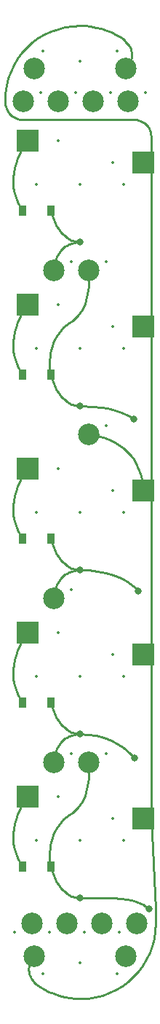
<source format=gtl>
%TF.GenerationSoftware,KiCad,Pcbnew,5.0.0+dfsg1-2*%
%TF.CreationDate,2019-02-10T19:22:37+01:00*%
%TF.ProjectId,yatara-puno-mx-5,7961746172612D70756E6F2D6D782D35,0.2*%
%TF.SameCoordinates,Original*%
%TF.FileFunction,Copper,L1,Top,Signal*%
%TF.FilePolarity,Positive*%
%FSLAX46Y46*%
G04 Gerber Fmt 4.6, Leading zero omitted, Abs format (unit mm)*
G04 Created by KiCad (PCBNEW 5.0.0+dfsg1-2) date Sun Feb 10 19:22:37 2019*
%MOMM*%
%LPD*%
G01*
G04 APERTURE LIST*
%ADD10R,0.900000X1.200000*%
%ADD11C,2.500000*%
%ADD12R,2.550000X2.500000*%
%ADD13C,0.800000*%
%ADD14C,0.250000*%
%ADD15C,0.350000*%
G04 APERTURE END LIST*
D10*
X67270000Y-46098000D03*
X70570000Y-46098000D03*
X67270000Y-65148000D03*
X70570000Y-65148000D03*
X67270000Y-84198000D03*
X70570000Y-84198000D03*
X67270000Y-103248000D03*
X70570000Y-103248000D03*
X67270000Y-122298000D03*
X70570000Y-122298000D03*
D11*
X71460000Y-33398000D03*
X67396000Y-33398000D03*
X79588000Y-33398000D03*
X75524000Y-33398000D03*
X70952000Y-110233000D03*
X79334000Y-132712000D03*
X75016000Y-110233000D03*
X68666000Y-29588000D03*
D12*
X67910000Y-114170000D03*
X81360000Y-116710000D03*
X81360000Y-40510000D03*
X67910000Y-37970000D03*
X67910000Y-95120000D03*
X81360000Y-97660000D03*
X81360000Y-78610000D03*
X67910000Y-76070000D03*
X67910000Y-57020000D03*
X81360000Y-59560000D03*
D11*
X80602000Y-128902000D03*
X76538000Y-128902000D03*
X72476000Y-128902000D03*
X68410000Y-128902000D03*
X79334000Y-29588000D03*
X68664000Y-132712000D03*
X75016000Y-72133000D03*
X70952000Y-53083000D03*
X75016000Y-53083000D03*
X70952000Y-91183000D03*
D13*
X82001000Y-127251000D03*
X74000000Y-125981000D03*
X74000000Y-49781000D03*
X74000000Y-68831000D03*
X80223000Y-70355000D03*
X74000000Y-106931000D03*
X80350000Y-109725000D03*
X80763000Y-90345000D03*
X74000000Y-87881000D03*
D14*
X67524000Y-38459000D02*
X67904000Y-37970000D01*
X67194000Y-38970000D02*
X67524000Y-38459000D01*
X66913000Y-39500000D02*
X67194000Y-38970000D01*
X66680000Y-40044000D02*
X66913000Y-39500000D01*
X66493000Y-40597000D02*
X66680000Y-40044000D01*
X66352000Y-41156000D02*
X66493000Y-40597000D01*
X66257000Y-41715000D02*
X66352000Y-41156000D01*
X66205000Y-42272000D02*
X66257000Y-41715000D01*
X66197000Y-42821000D02*
X66205000Y-42272000D01*
X66231000Y-43359000D02*
X66197000Y-42821000D01*
X66306000Y-43880000D02*
X66231000Y-43359000D01*
X66422000Y-44382000D02*
X66306000Y-43880000D01*
X66577000Y-44858000D02*
X66422000Y-44382000D01*
X66770000Y-45306000D02*
X66577000Y-44858000D01*
X67001000Y-45721000D02*
X66770000Y-45306000D01*
X67269000Y-46098000D02*
X67001000Y-45721000D01*
X67524000Y-57509000D02*
X67904000Y-57020000D01*
X67194000Y-58020000D02*
X67524000Y-57509000D01*
X66913000Y-58550000D02*
X67194000Y-58020000D01*
X66680000Y-59094000D02*
X66913000Y-58550000D01*
X66493000Y-59647000D02*
X66680000Y-59094000D01*
X66352000Y-60206000D02*
X66493000Y-59647000D01*
X66257000Y-60765000D02*
X66352000Y-60206000D01*
X66205000Y-61322000D02*
X66257000Y-60765000D01*
X66197000Y-61871000D02*
X66205000Y-61322000D01*
X66231000Y-62409000D02*
X66197000Y-61871000D01*
X66306000Y-62930000D02*
X66231000Y-62409000D01*
X66422000Y-63432000D02*
X66306000Y-62930000D01*
X66577000Y-63908000D02*
X66422000Y-63432000D01*
X66770000Y-64356000D02*
X66577000Y-63908000D01*
X67001000Y-64771000D02*
X66770000Y-64356000D01*
X67269000Y-65148000D02*
X67001000Y-64771000D01*
X67524000Y-76559000D02*
X67904000Y-76070000D01*
X67194000Y-77070000D02*
X67524000Y-76559000D01*
X66913000Y-77600000D02*
X67194000Y-77070000D01*
X66680000Y-78144000D02*
X66913000Y-77600000D01*
X66493000Y-78697000D02*
X66680000Y-78144000D01*
X66352000Y-79256000D02*
X66493000Y-78697000D01*
X66257000Y-79815000D02*
X66352000Y-79256000D01*
X66205000Y-80372000D02*
X66257000Y-79815000D01*
X66197000Y-80921000D02*
X66205000Y-80372000D01*
X66231000Y-81459000D02*
X66197000Y-80921000D01*
X66306000Y-81980000D02*
X66231000Y-81459000D01*
X66422000Y-82482000D02*
X66306000Y-81980000D01*
X66577000Y-82958000D02*
X66422000Y-82482000D01*
X66770000Y-83406000D02*
X66577000Y-82958000D01*
X67001000Y-83821000D02*
X66770000Y-83406000D01*
X67269000Y-84198000D02*
X67001000Y-83821000D01*
X67524000Y-95609000D02*
X67904000Y-95120000D01*
X67194000Y-96120000D02*
X67524000Y-95609000D01*
X66913000Y-96650000D02*
X67194000Y-96120000D01*
X66680000Y-97194000D02*
X66913000Y-96650000D01*
X66493000Y-97747000D02*
X66680000Y-97194000D01*
X66352000Y-98306000D02*
X66493000Y-97747000D01*
X66257000Y-98865000D02*
X66352000Y-98306000D01*
X66205000Y-99422000D02*
X66257000Y-98865000D01*
X66197000Y-99971000D02*
X66205000Y-99422000D01*
X66231000Y-100509000D02*
X66197000Y-99971000D01*
X66306000Y-101030000D02*
X66231000Y-100509000D01*
X66422000Y-101532000D02*
X66306000Y-101030000D01*
X66577000Y-102008000D02*
X66422000Y-101532000D01*
X66770000Y-102456000D02*
X66577000Y-102008000D01*
X67001000Y-102871000D02*
X66770000Y-102456000D01*
X67269000Y-103248000D02*
X67001000Y-102871000D01*
X79540000Y-29317000D02*
X79334000Y-29588000D01*
X79705000Y-29051000D02*
X79540000Y-29317000D01*
X79832000Y-28791000D02*
X79705000Y-29051000D01*
X79923000Y-28537000D02*
X79832000Y-28791000D01*
X79954000Y-28412000D02*
X79923000Y-28537000D01*
X79978000Y-28288000D02*
X79954000Y-28412000D01*
X79992000Y-28166000D02*
X79978000Y-28288000D01*
X79999000Y-28046000D02*
X79992000Y-28166000D01*
X79998000Y-27928000D02*
X79999000Y-28046000D01*
X79988000Y-27811000D02*
X79998000Y-27928000D01*
X79971000Y-27695000D02*
X79988000Y-27811000D01*
X79947000Y-27582000D02*
X79971000Y-27695000D01*
X79916000Y-27470000D02*
X79947000Y-27582000D01*
X79877000Y-27360000D02*
X79916000Y-27470000D01*
X79780000Y-27145000D02*
X79877000Y-27360000D01*
X79657000Y-26937000D02*
X79780000Y-27145000D01*
X79510000Y-26737000D02*
X79657000Y-26937000D01*
X79341000Y-26545000D02*
X79510000Y-26737000D01*
X79151000Y-26360000D02*
X79341000Y-26545000D01*
X78942000Y-26184000D02*
X79151000Y-26360000D01*
X78715000Y-26016000D02*
X78942000Y-26184000D01*
X78215000Y-25706000D02*
X78715000Y-26016000D01*
X77663000Y-25432000D02*
X78215000Y-25706000D01*
X77074000Y-25195000D02*
X77663000Y-25432000D01*
X76459000Y-24998000D02*
X77074000Y-25195000D01*
X75831000Y-24842000D02*
X76459000Y-24998000D01*
X75203000Y-24728000D02*
X75831000Y-24842000D01*
X74589000Y-24659000D02*
X75203000Y-24728000D01*
X74000000Y-24635000D02*
X74589000Y-24659000D01*
X73106000Y-24679000D02*
X74000000Y-24635000D01*
X72238000Y-24808000D02*
X73106000Y-24679000D01*
X71399000Y-25019000D02*
X72238000Y-24808000D01*
X70595000Y-25308000D02*
X71399000Y-25019000D01*
X69829000Y-25670000D02*
X70595000Y-25308000D01*
X69107000Y-26102000D02*
X69829000Y-25670000D01*
X68432000Y-26599000D02*
X69107000Y-26102000D01*
X67809000Y-27159000D02*
X68432000Y-26599000D01*
X67242000Y-27777000D02*
X67809000Y-27159000D01*
X66737000Y-28449000D02*
X67242000Y-27777000D01*
X66297000Y-29171000D02*
X66737000Y-28449000D01*
X65928000Y-29939000D02*
X66297000Y-29171000D01*
X65632000Y-30750000D02*
X65928000Y-29939000D01*
X65416000Y-31599000D02*
X65632000Y-30750000D01*
X65282000Y-32483000D02*
X65416000Y-31599000D01*
X65237000Y-33398000D02*
X65282000Y-32483000D01*
X65247000Y-33632000D02*
X65237000Y-33398000D01*
X65278000Y-33855000D02*
X65247000Y-33632000D01*
X65327000Y-34069000D02*
X65278000Y-33855000D01*
X65396000Y-34271000D02*
X65327000Y-34069000D01*
X65482000Y-34462000D02*
X65396000Y-34271000D01*
X65585000Y-34639000D02*
X65482000Y-34462000D01*
X65705000Y-34804000D02*
X65585000Y-34639000D01*
X65840000Y-34954000D02*
X65705000Y-34804000D01*
X65990000Y-35089000D02*
X65840000Y-34954000D01*
X66155000Y-35209000D02*
X65990000Y-35089000D01*
X66332000Y-35312000D02*
X66155000Y-35209000D01*
X66523000Y-35398000D02*
X66332000Y-35312000D01*
X66725000Y-35467000D02*
X66523000Y-35398000D01*
X66939000Y-35516000D02*
X66725000Y-35467000D01*
X67162000Y-35547000D02*
X66939000Y-35516000D01*
X67396000Y-35557000D02*
X67162000Y-35547000D01*
X80096000Y-35557000D02*
X67396000Y-35557000D01*
X80330000Y-35566000D02*
X80096000Y-35557000D01*
X80553000Y-35592000D02*
X80330000Y-35566000D01*
X80767000Y-35637000D02*
X80553000Y-35592000D01*
X80969000Y-35698000D02*
X80767000Y-35637000D01*
X81160000Y-35776000D02*
X80969000Y-35698000D01*
X81337000Y-35872000D02*
X81160000Y-35776000D01*
X81502000Y-35984000D02*
X81337000Y-35872000D01*
X81652000Y-36113000D02*
X81502000Y-35984000D01*
X81787000Y-36258000D02*
X81652000Y-36113000D01*
X81907000Y-36419000D02*
X81787000Y-36258000D01*
X82010000Y-36596000D02*
X81907000Y-36419000D01*
X82096000Y-36789000D02*
X82010000Y-36596000D01*
X82165000Y-36998000D02*
X82096000Y-36789000D01*
X82214000Y-37222000D02*
X82165000Y-36998000D01*
X82245000Y-37462000D02*
X82214000Y-37222000D01*
X82255000Y-37716000D02*
X82245000Y-37462000D01*
X82255000Y-40510000D02*
X82255000Y-37716000D01*
X82255000Y-59560000D02*
X82255000Y-40510000D01*
X82255000Y-78610000D02*
X82255000Y-59560000D01*
X82255000Y-97660000D02*
X82255000Y-78610000D01*
X82255000Y-116710000D02*
X82255000Y-97660000D01*
X82763000Y-127251000D02*
X82255000Y-116710000D01*
X82763000Y-128902000D02*
X82763000Y-127251000D01*
X81293000Y-77935000D02*
X81366000Y-78610000D01*
X81171000Y-77290000D02*
X81293000Y-77935000D01*
X81001000Y-76677000D02*
X81171000Y-77290000D01*
X80785000Y-76098000D02*
X81001000Y-76677000D01*
X80522000Y-75553000D02*
X80785000Y-76098000D01*
X80216000Y-75043000D02*
X80522000Y-75553000D01*
X79867000Y-74569000D02*
X80216000Y-75043000D01*
X79477000Y-74133000D02*
X79867000Y-74569000D01*
X79046000Y-73736000D02*
X79477000Y-74133000D01*
X78577000Y-73379000D02*
X79046000Y-73736000D01*
X78070000Y-73062000D02*
X78577000Y-73379000D01*
X77526000Y-72788000D02*
X78070000Y-73062000D01*
X76948000Y-72557000D02*
X77526000Y-72788000D01*
X76336000Y-72370000D02*
X76948000Y-72557000D01*
X75691000Y-72228000D02*
X76336000Y-72370000D01*
X75016000Y-72133000D02*
X75691000Y-72228000D01*
X68460000Y-132983000D02*
X68666000Y-132712000D01*
X68295000Y-133249000D02*
X68460000Y-132983000D01*
X68168000Y-133509000D02*
X68295000Y-133249000D01*
X68077000Y-133763000D02*
X68168000Y-133509000D01*
X68046000Y-133888000D02*
X68077000Y-133763000D01*
X68022000Y-134012000D02*
X68046000Y-133888000D01*
X68008000Y-134134000D02*
X68022000Y-134012000D01*
X68001000Y-134254000D02*
X68008000Y-134134000D01*
X68002000Y-134372000D02*
X68001000Y-134254000D01*
X68012000Y-134489000D02*
X68002000Y-134372000D01*
X68029000Y-134605000D02*
X68012000Y-134489000D01*
X68053000Y-134718000D02*
X68029000Y-134605000D01*
X68084000Y-134830000D02*
X68053000Y-134718000D01*
X68123000Y-134940000D02*
X68084000Y-134830000D01*
X68220000Y-135155000D02*
X68123000Y-134940000D01*
X68343000Y-135363000D02*
X68220000Y-135155000D01*
X68490000Y-135563000D02*
X68343000Y-135363000D01*
X68659000Y-135755000D02*
X68490000Y-135563000D01*
X68849000Y-135940000D02*
X68659000Y-135755000D01*
X69058000Y-136116000D02*
X68849000Y-135940000D01*
X69285000Y-136284000D02*
X69058000Y-136116000D01*
X69785000Y-136594000D02*
X69285000Y-136284000D01*
X70337000Y-136868000D02*
X69785000Y-136594000D01*
X70926000Y-137105000D02*
X70337000Y-136868000D01*
X71541000Y-137302000D02*
X70926000Y-137105000D01*
X72169000Y-137458000D02*
X71541000Y-137302000D01*
X72797000Y-137572000D02*
X72169000Y-137458000D01*
X73411000Y-137641000D02*
X72797000Y-137572000D01*
X74000000Y-137665000D02*
X73411000Y-137641000D01*
X74894000Y-137621000D02*
X74000000Y-137665000D01*
X75762000Y-137492000D02*
X74894000Y-137621000D01*
X76601000Y-137281000D02*
X75762000Y-137492000D01*
X77405000Y-136992000D02*
X76601000Y-137281000D01*
X78171000Y-136630000D02*
X77405000Y-136992000D01*
X78893000Y-136198000D02*
X78171000Y-136630000D01*
X79568000Y-135701000D02*
X78893000Y-136198000D01*
X80191000Y-135141000D02*
X79568000Y-135701000D01*
X80758000Y-134523000D02*
X80191000Y-135141000D01*
X81263000Y-133851000D02*
X80758000Y-134523000D01*
X81703000Y-133129000D02*
X81263000Y-133851000D01*
X82072000Y-132361000D02*
X81703000Y-133129000D01*
X82368000Y-131550000D02*
X82072000Y-132361000D01*
X82584000Y-130701000D02*
X82368000Y-131550000D01*
X82718000Y-129817000D02*
X82584000Y-130701000D01*
X82763000Y-128902000D02*
X82718000Y-129817000D01*
X67524000Y-114659000D02*
X67904000Y-114170000D01*
X67194000Y-115170000D02*
X67524000Y-114659000D01*
X66913000Y-115700000D02*
X67194000Y-115170000D01*
X66680000Y-116244000D02*
X66913000Y-115700000D01*
X66493000Y-116797000D02*
X66680000Y-116244000D01*
X66352000Y-117356000D02*
X66493000Y-116797000D01*
X66257000Y-117915000D02*
X66352000Y-117356000D01*
X66205000Y-118472000D02*
X66257000Y-117915000D01*
X66197000Y-119021000D02*
X66205000Y-118472000D01*
X66231000Y-119559000D02*
X66197000Y-119021000D01*
X66306000Y-120080000D02*
X66231000Y-119559000D01*
X66422000Y-120582000D02*
X66306000Y-120080000D01*
X66577000Y-121058000D02*
X66422000Y-120582000D01*
X66770000Y-121506000D02*
X66577000Y-121058000D01*
X67001000Y-121921000D02*
X66770000Y-121506000D01*
X67269000Y-122298000D02*
X67001000Y-121921000D01*
X73824000Y-125975000D02*
X74000000Y-125981000D01*
X73651000Y-125958000D02*
X73824000Y-125975000D01*
X73483000Y-125929000D02*
X73651000Y-125958000D01*
X73319000Y-125890000D02*
X73483000Y-125929000D01*
X73160000Y-125841000D02*
X73319000Y-125890000D01*
X73005000Y-125782000D02*
X73160000Y-125841000D01*
X72708000Y-125637000D02*
X73005000Y-125782000D01*
X72428000Y-125458000D02*
X72708000Y-125637000D01*
X72166000Y-125249000D02*
X72428000Y-125458000D01*
X71923000Y-125014000D02*
X72166000Y-125249000D01*
X71697000Y-124756000D02*
X71923000Y-125014000D01*
X71490000Y-124479000D02*
X71697000Y-124756000D01*
X71301000Y-124186000D02*
X71490000Y-124479000D01*
X70980000Y-123567000D02*
X71301000Y-124186000D01*
X70737000Y-122928000D02*
X70980000Y-123567000D01*
X70571000Y-122298000D02*
X70737000Y-122928000D01*
X70504000Y-121904000D02*
X70571000Y-122298000D01*
X70460000Y-121499000D02*
X70504000Y-121904000D01*
X70448000Y-120673000D02*
X70460000Y-121499000D01*
X70481000Y-120256000D02*
X70448000Y-120673000D01*
X70540000Y-119840000D02*
X70481000Y-120256000D01*
X70626000Y-119428000D02*
X70540000Y-119840000D01*
X70741000Y-119022000D02*
X70626000Y-119428000D01*
X70883000Y-118626000D02*
X70741000Y-119022000D01*
X71055000Y-118241000D02*
X70883000Y-118626000D01*
X71256000Y-117870000D02*
X71055000Y-118241000D01*
X71488000Y-117517000D02*
X71256000Y-117870000D01*
X71751000Y-117184000D02*
X71488000Y-117517000D01*
X72045000Y-116873000D02*
X71751000Y-117184000D01*
X72371000Y-116587000D02*
X72045000Y-116873000D01*
X72730000Y-116329000D02*
X72371000Y-116587000D01*
X73111000Y-116058000D02*
X72730000Y-116329000D01*
X73448000Y-115770000D02*
X73111000Y-116058000D01*
X73743000Y-115465000D02*
X73448000Y-115770000D01*
X73998000Y-115144000D02*
X73743000Y-115465000D01*
X74217000Y-114808000D02*
X73998000Y-115144000D01*
X74402000Y-114456000D02*
X74217000Y-114808000D01*
X74556000Y-114090000D02*
X74402000Y-114456000D01*
X74683000Y-113710000D02*
X74556000Y-114090000D01*
X74862000Y-112910000D02*
X74683000Y-113710000D01*
X74962000Y-112061000D02*
X74862000Y-112910000D01*
X75016000Y-110233000D02*
X74962000Y-112061000D01*
X81783000Y-127075000D02*
X82001000Y-127251000D01*
X81551000Y-126915000D02*
X81783000Y-127075000D01*
X81306000Y-126770000D02*
X81551000Y-126915000D01*
X81051000Y-126640000D02*
X81306000Y-126770000D01*
X80517000Y-126419000D02*
X81051000Y-126640000D01*
X79961000Y-126249000D02*
X80517000Y-126419000D01*
X79398000Y-126125000D02*
X79961000Y-126249000D01*
X78843000Y-126042000D02*
X79398000Y-126125000D01*
X77810000Y-125981000D02*
X78843000Y-126042000D01*
X74000000Y-125981000D02*
X77810000Y-125981000D01*
X70965000Y-52732000D02*
X70952000Y-53083000D01*
X71005000Y-52394000D02*
X70965000Y-52732000D01*
X71070000Y-52071000D02*
X71005000Y-52394000D01*
X71160000Y-51763000D02*
X71070000Y-52071000D01*
X71275000Y-51473000D02*
X71160000Y-51763000D01*
X71414000Y-51201000D02*
X71275000Y-51473000D01*
X71576000Y-50949000D02*
X71414000Y-51201000D01*
X71762000Y-50718000D02*
X71576000Y-50949000D01*
X71969000Y-50509000D02*
X71762000Y-50718000D01*
X72198000Y-50323000D02*
X71969000Y-50509000D01*
X72449000Y-50163000D02*
X72198000Y-50323000D01*
X72720000Y-50029000D02*
X72449000Y-50163000D01*
X73011000Y-49922000D02*
X72720000Y-50029000D01*
X73322000Y-49845000D02*
X73011000Y-49922000D01*
X73652000Y-49797000D02*
X73322000Y-49845000D01*
X74000000Y-49781000D02*
X73652000Y-49797000D01*
X73824000Y-49775000D02*
X74000000Y-49781000D01*
X73651000Y-49758000D02*
X73824000Y-49775000D01*
X73483000Y-49729000D02*
X73651000Y-49758000D01*
X73319000Y-49690000D02*
X73483000Y-49729000D01*
X73160000Y-49641000D02*
X73319000Y-49690000D01*
X73005000Y-49582000D02*
X73160000Y-49641000D01*
X72708000Y-49437000D02*
X73005000Y-49582000D01*
X72428000Y-49258000D02*
X72708000Y-49437000D01*
X72166000Y-49049000D02*
X72428000Y-49258000D01*
X71923000Y-48814000D02*
X72166000Y-49049000D01*
X71697000Y-48556000D02*
X71923000Y-48814000D01*
X71490000Y-48279000D02*
X71697000Y-48556000D01*
X71301000Y-47986000D02*
X71490000Y-48279000D01*
X70980000Y-47367000D02*
X71301000Y-47986000D01*
X70737000Y-46728000D02*
X70980000Y-47367000D01*
X70571000Y-46098000D02*
X70737000Y-46728000D01*
X70504000Y-64754000D02*
X70571000Y-65148000D01*
X70460000Y-64349000D02*
X70504000Y-64754000D01*
X70448000Y-63523000D02*
X70460000Y-64349000D01*
X70481000Y-63106000D02*
X70448000Y-63523000D01*
X70540000Y-62690000D02*
X70481000Y-63106000D01*
X70626000Y-62278000D02*
X70540000Y-62690000D01*
X70741000Y-61872000D02*
X70626000Y-62278000D01*
X70883000Y-61476000D02*
X70741000Y-61872000D01*
X71055000Y-61091000D02*
X70883000Y-61476000D01*
X71256000Y-60720000D02*
X71055000Y-61091000D01*
X71488000Y-60367000D02*
X71256000Y-60720000D01*
X71751000Y-60034000D02*
X71488000Y-60367000D01*
X72045000Y-59723000D02*
X71751000Y-60034000D01*
X72371000Y-59437000D02*
X72045000Y-59723000D01*
X72730000Y-59179000D02*
X72371000Y-59437000D01*
X73111000Y-58908000D02*
X72730000Y-59179000D01*
X73448000Y-58620000D02*
X73111000Y-58908000D01*
X73743000Y-58315000D02*
X73448000Y-58620000D01*
X73998000Y-57994000D02*
X73743000Y-58315000D01*
X74217000Y-57658000D02*
X73998000Y-57994000D01*
X74402000Y-57306000D02*
X74217000Y-57658000D01*
X74556000Y-56940000D02*
X74402000Y-57306000D01*
X74683000Y-56560000D02*
X74556000Y-56940000D01*
X74862000Y-55760000D02*
X74683000Y-56560000D01*
X74962000Y-54911000D02*
X74862000Y-55760000D01*
X75016000Y-53083000D02*
X74962000Y-54911000D01*
X73824000Y-68825000D02*
X74000000Y-68831000D01*
X73651000Y-68808000D02*
X73824000Y-68825000D01*
X73483000Y-68779000D02*
X73651000Y-68808000D01*
X73319000Y-68740000D02*
X73483000Y-68779000D01*
X73160000Y-68691000D02*
X73319000Y-68740000D01*
X73005000Y-68632000D02*
X73160000Y-68691000D01*
X72708000Y-68487000D02*
X73005000Y-68632000D01*
X72428000Y-68308000D02*
X72708000Y-68487000D01*
X72166000Y-68099000D02*
X72428000Y-68308000D01*
X71923000Y-67864000D02*
X72166000Y-68099000D01*
X71697000Y-67606000D02*
X71923000Y-67864000D01*
X71490000Y-67329000D02*
X71697000Y-67606000D01*
X71301000Y-67036000D02*
X71490000Y-67329000D01*
X70980000Y-66417000D02*
X71301000Y-67036000D01*
X70737000Y-65778000D02*
X70980000Y-66417000D01*
X70571000Y-65148000D02*
X70737000Y-65778000D01*
X79884000Y-70125000D02*
X80223000Y-70355000D01*
X79531000Y-69919000D02*
X79884000Y-70125000D01*
X78790000Y-69572000D02*
X79531000Y-69919000D01*
X78011000Y-69305000D02*
X78790000Y-69572000D01*
X77208000Y-69109000D02*
X78011000Y-69305000D01*
X75577000Y-68887000D02*
X77208000Y-69109000D01*
X74000000Y-68831000D02*
X75577000Y-68887000D01*
X70965000Y-109882000D02*
X70952000Y-110233000D01*
X71005000Y-109544000D02*
X70965000Y-109882000D01*
X71070000Y-109221000D02*
X71005000Y-109544000D01*
X71160000Y-108913000D02*
X71070000Y-109221000D01*
X71275000Y-108623000D02*
X71160000Y-108913000D01*
X71414000Y-108351000D02*
X71275000Y-108623000D01*
X71576000Y-108099000D02*
X71414000Y-108351000D01*
X71762000Y-107868000D02*
X71576000Y-108099000D01*
X71969000Y-107659000D02*
X71762000Y-107868000D01*
X72198000Y-107473000D02*
X71969000Y-107659000D01*
X72449000Y-107313000D02*
X72198000Y-107473000D01*
X72720000Y-107179000D02*
X72449000Y-107313000D01*
X73011000Y-107072000D02*
X72720000Y-107179000D01*
X73322000Y-106995000D02*
X73011000Y-107072000D01*
X73652000Y-106947000D02*
X73322000Y-106995000D01*
X74000000Y-106931000D02*
X73652000Y-106947000D01*
X74942000Y-106979000D02*
X74000000Y-106931000D01*
X75859000Y-107121000D02*
X74942000Y-106979000D01*
X76741000Y-107353000D02*
X75859000Y-107121000D01*
X77581000Y-107671000D02*
X76741000Y-107353000D01*
X78370000Y-108071000D02*
X77581000Y-107671000D01*
X79100000Y-108549000D02*
X78370000Y-108071000D01*
X79763000Y-109102000D02*
X79100000Y-108549000D01*
X80350000Y-109725000D02*
X79763000Y-109102000D01*
X73824000Y-106925000D02*
X74000000Y-106931000D01*
X73651000Y-106908000D02*
X73824000Y-106925000D01*
X73483000Y-106879000D02*
X73651000Y-106908000D01*
X73319000Y-106840000D02*
X73483000Y-106879000D01*
X73160000Y-106791000D02*
X73319000Y-106840000D01*
X73005000Y-106732000D02*
X73160000Y-106791000D01*
X72708000Y-106587000D02*
X73005000Y-106732000D01*
X72428000Y-106408000D02*
X72708000Y-106587000D01*
X72166000Y-106199000D02*
X72428000Y-106408000D01*
X71923000Y-105964000D02*
X72166000Y-106199000D01*
X71697000Y-105706000D02*
X71923000Y-105964000D01*
X71490000Y-105429000D02*
X71697000Y-105706000D01*
X71301000Y-105136000D02*
X71490000Y-105429000D01*
X70980000Y-104517000D02*
X71301000Y-105136000D01*
X70737000Y-103878000D02*
X70980000Y-104517000D01*
X70571000Y-103248000D02*
X70737000Y-103878000D01*
X70965000Y-90832000D02*
X70952000Y-91183000D01*
X71005000Y-90494000D02*
X70965000Y-90832000D01*
X71070000Y-90171000D02*
X71005000Y-90494000D01*
X71160000Y-89863000D02*
X71070000Y-90171000D01*
X71275000Y-89573000D02*
X71160000Y-89863000D01*
X71414000Y-89301000D02*
X71275000Y-89573000D01*
X71576000Y-89049000D02*
X71414000Y-89301000D01*
X71762000Y-88818000D02*
X71576000Y-89049000D01*
X71969000Y-88609000D02*
X71762000Y-88818000D01*
X72198000Y-88423000D02*
X71969000Y-88609000D01*
X72449000Y-88263000D02*
X72198000Y-88423000D01*
X72720000Y-88129000D02*
X72449000Y-88263000D01*
X73011000Y-88022000D02*
X72720000Y-88129000D01*
X73322000Y-87945000D02*
X73011000Y-88022000D01*
X73652000Y-87897000D02*
X73322000Y-87945000D01*
X74000000Y-87881000D02*
X73652000Y-87897000D01*
X80470000Y-90022000D02*
X80763000Y-90345000D01*
X80154000Y-89724000D02*
X80470000Y-90022000D01*
X79816000Y-89451000D02*
X80154000Y-89724000D01*
X79458000Y-89203000D02*
X79816000Y-89451000D01*
X79081000Y-88978000D02*
X79458000Y-89203000D01*
X78686000Y-88777000D02*
X79081000Y-88978000D01*
X77846000Y-88440000D02*
X78686000Y-88777000D01*
X76948000Y-88188000D02*
X77846000Y-88440000D01*
X76001000Y-88014000D02*
X76948000Y-88188000D01*
X75015000Y-87913000D02*
X76001000Y-88014000D01*
X74000000Y-87881000D02*
X75015000Y-87913000D01*
X73824000Y-87875000D02*
X74000000Y-87881000D01*
X73651000Y-87858000D02*
X73824000Y-87875000D01*
X73483000Y-87829000D02*
X73651000Y-87858000D01*
X73319000Y-87790000D02*
X73483000Y-87829000D01*
X73160000Y-87741000D02*
X73319000Y-87790000D01*
X73005000Y-87682000D02*
X73160000Y-87741000D01*
X72708000Y-87537000D02*
X73005000Y-87682000D01*
X72428000Y-87358000D02*
X72708000Y-87537000D01*
X72166000Y-87149000D02*
X72428000Y-87358000D01*
X71923000Y-86914000D02*
X72166000Y-87149000D01*
X71697000Y-86656000D02*
X71923000Y-86914000D01*
X71490000Y-86379000D02*
X71697000Y-86656000D01*
X71301000Y-86086000D02*
X71490000Y-86379000D01*
X70980000Y-85467000D02*
X71301000Y-86086000D01*
X70737000Y-84828000D02*
X70980000Y-85467000D01*
X70571000Y-84198000D02*
X70737000Y-84828000D01*
D15*
X82001000Y-127251000D03*
X74000000Y-125981000D03*
X74000000Y-49781000D03*
X74000000Y-68831000D03*
X80223000Y-70355000D03*
X74000000Y-106931000D03*
X80350000Y-109725000D03*
X80763000Y-90345000D03*
X74000000Y-87881000D03*
X77048000Y-52067000D03*
X72984000Y-52067000D03*
X77048000Y-71117000D03*
X72984000Y-90167000D03*
X69682000Y-134744000D03*
X78318000Y-134744000D03*
X66380000Y-129918000D03*
X78572000Y-129918000D03*
X69682000Y-27556000D03*
X74508000Y-129918000D03*
X70444000Y-129918000D03*
X77048000Y-109217000D03*
X72984000Y-109217000D03*
X81620000Y-32382000D03*
X77556000Y-32382000D03*
X73492000Y-32382000D03*
X69428000Y-32382000D03*
X74000000Y-133537500D03*
X74000000Y-28762500D03*
X78318000Y-27556000D03*
X71460000Y-33398000D03*
X67396000Y-33398000D03*
X79588000Y-33398000D03*
X75524000Y-33398000D03*
X70952000Y-110233000D03*
X79334000Y-132712000D03*
X75016000Y-110233000D03*
X68666000Y-29588000D03*
X74000000Y-119250000D03*
X79080000Y-119250000D03*
X68920000Y-119250000D03*
X71460000Y-114170000D03*
X77810000Y-116710000D03*
X77810000Y-40510000D03*
X71460000Y-37970000D03*
X68920000Y-43050000D03*
X79080000Y-43050000D03*
X74000000Y-43050000D03*
X74000000Y-100200000D03*
X79080000Y-100200000D03*
X68920000Y-100200000D03*
X71460000Y-95120000D03*
X77810000Y-97660000D03*
X77810000Y-78610000D03*
X71460000Y-76070000D03*
X68920000Y-81150000D03*
X79080000Y-81150000D03*
X74000000Y-81150000D03*
X74000000Y-62100000D03*
X79080000Y-62100000D03*
X68920000Y-62100000D03*
X71460000Y-57020000D03*
X77810000Y-59560000D03*
X80602000Y-128902000D03*
X76538000Y-128902000D03*
X72476000Y-128902000D03*
X68410000Y-128902000D03*
X79334000Y-29588000D03*
X68664000Y-132712000D03*
X75016000Y-72133000D03*
X70952000Y-53083000D03*
X75016000Y-53083000D03*
X70952000Y-91183000D03*
M02*

</source>
